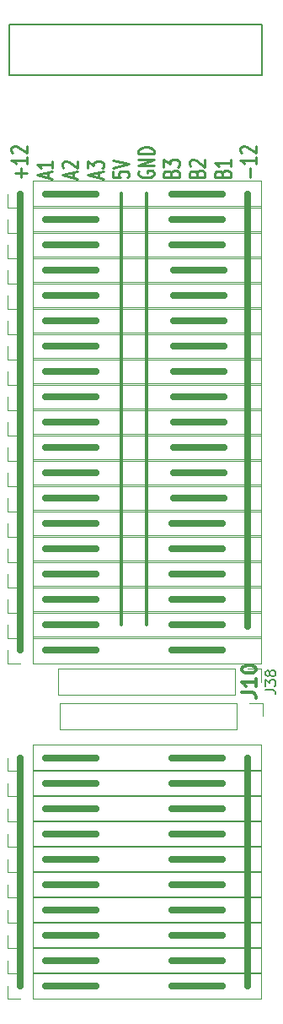
<source format=gto>
%TF.GenerationSoftware,KiCad,Pcbnew,(6.0.1)*%
%TF.CreationDate,2022-10-19T17:29:48-04:00*%
%TF.ProjectId,ER-PROTO-DB-01,45522d50-524f-4544-9f2d-44422d30312e,1*%
%TF.SameCoordinates,Original*%
%TF.FileFunction,Legend,Top*%
%TF.FilePolarity,Positive*%
%FSLAX46Y46*%
G04 Gerber Fmt 4.6, Leading zero omitted, Abs format (unit mm)*
G04 Created by KiCad (PCBNEW (6.0.1)) date 2022-10-19 17:29:48*
%MOMM*%
%LPD*%
G01*
G04 APERTURE LIST*
%ADD10C,0.150000*%
%ADD11C,0.635000*%
%ADD12C,0.304800*%
%ADD13C,0.285750*%
%ADD14C,0.349250*%
%ADD15C,0.120000*%
G04 APERTURE END LIST*
D10*
X99822000Y-9652000D02*
X125222000Y-9652000D01*
X125222000Y-9652000D02*
X125222000Y-14732000D01*
X125222000Y-14732000D02*
X99822000Y-14732000D01*
X99822000Y-14732000D02*
X99822000Y-9652000D01*
D11*
X123825000Y-83185000D02*
X123825000Y-106045000D01*
X100965000Y-83185000D02*
X100965000Y-106045000D01*
X116205000Y-83185000D02*
X121285000Y-83185000D01*
X116205000Y-85725000D02*
X121285000Y-85725000D01*
X116205000Y-88265000D02*
X121285000Y-88265000D01*
X116205000Y-90805000D02*
X121285000Y-90805000D01*
X116205000Y-93345000D02*
X121285000Y-93345000D01*
X116205000Y-95885000D02*
X121285000Y-95885000D01*
X116205000Y-98425000D02*
X121285000Y-98425000D01*
X116205000Y-100965000D02*
X121285000Y-100965000D01*
X116205000Y-103505000D02*
X121285000Y-103505000D01*
X116205000Y-106045000D02*
X121285000Y-106045000D01*
X103505000Y-106045000D02*
X108585000Y-106045000D01*
X103505000Y-103505000D02*
X108585000Y-103505000D01*
X103505000Y-100965000D02*
X108585000Y-100965000D01*
X103505000Y-98425000D02*
X108585000Y-98425000D01*
X103505000Y-95885000D02*
X108585000Y-95885000D01*
X103505000Y-93345000D02*
X108585000Y-93345000D01*
X103505000Y-90805000D02*
X108585000Y-90805000D01*
X103505000Y-88265000D02*
X108585000Y-88265000D01*
X103505000Y-85725000D02*
X108585000Y-85725000D01*
X103505000Y-83185000D02*
X108585000Y-83185000D01*
X103505000Y-72390000D02*
X108585000Y-72390000D01*
X103505000Y-69850000D02*
X108585000Y-69850000D01*
X103505000Y-67310000D02*
X108585000Y-67310000D01*
X103505000Y-64770000D02*
X108585000Y-64770000D01*
X103505000Y-62230000D02*
X108585000Y-62230000D01*
X103505000Y-59690000D02*
X108585000Y-59690000D01*
X103505000Y-57150000D02*
X108585000Y-57150000D01*
X103505000Y-54610000D02*
X108585000Y-54610000D01*
X103505000Y-52070000D02*
X108585000Y-52070000D01*
X103505000Y-49530000D02*
X108585000Y-49530000D01*
X103505000Y-46990000D02*
X108585000Y-46990000D01*
X103505000Y-44450000D02*
X108585000Y-44450000D01*
X103505000Y-41910000D02*
X108585000Y-41910000D01*
X103505000Y-39370000D02*
X108585000Y-39370000D01*
X103505000Y-36830000D02*
X108585000Y-36830000D01*
X103505000Y-34290000D02*
X108585000Y-34290000D01*
X103505000Y-31750000D02*
X108585000Y-31750000D01*
X103505000Y-29210000D02*
X108585000Y-29210000D01*
X116205000Y-72390000D02*
X121285000Y-72390000D01*
X116205000Y-69850000D02*
X121285000Y-69850000D01*
X116205000Y-67310000D02*
X121285000Y-67310000D01*
X116205000Y-64770000D02*
X121285000Y-64770000D01*
X116205000Y-62230000D02*
X121285000Y-62230000D01*
X116205000Y-59690000D02*
X121285000Y-59690000D01*
X116332000Y-57150000D02*
X121412000Y-57150000D01*
X116332000Y-54610000D02*
X121412000Y-54610000D01*
X116332000Y-52070000D02*
X121412000Y-52070000D01*
X116332000Y-49530000D02*
X121412000Y-49530000D01*
X116332000Y-46990000D02*
X121412000Y-46990000D01*
X116332000Y-44450000D02*
X121412000Y-44450000D01*
X116332000Y-41910000D02*
X121412000Y-41910000D01*
X116332000Y-39370000D02*
X121412000Y-39370000D01*
X116332000Y-36830000D02*
X121412000Y-36830000D01*
X116332000Y-34290000D02*
X121412000Y-34290000D01*
X116205000Y-31750000D02*
X121285000Y-31750000D01*
X116205000Y-29210000D02*
X121285000Y-29210000D01*
X116205000Y-26670000D02*
X121285000Y-26670000D01*
X103505000Y-26670000D02*
X108585000Y-26670000D01*
X123825000Y-26670000D02*
X123825000Y-69977000D01*
X100965000Y-26670000D02*
X100970000Y-72390000D01*
D12*
X113665000Y-26543000D02*
X113665000Y-69850000D01*
X111125000Y-26543000D02*
X111125000Y-69850000D01*
D13*
X101006955Y-24942119D02*
X101006955Y-24071262D01*
X101611717Y-24506691D02*
X100402193Y-24506691D01*
X101611717Y-22928262D02*
X101611717Y-23581405D01*
X101611717Y-23254833D02*
X100024217Y-23254833D01*
X100251003Y-23363691D01*
X100402193Y-23472548D01*
X100477789Y-23581405D01*
X100175408Y-22492833D02*
X100099813Y-22438405D01*
X100024217Y-22329548D01*
X100024217Y-22057405D01*
X100099813Y-21948548D01*
X100175408Y-21894119D01*
X100326598Y-21839691D01*
X100477789Y-21839691D01*
X100704574Y-21894119D01*
X101611717Y-22547262D01*
X101611717Y-21839691D01*
X103714021Y-24996548D02*
X103714021Y-24452262D01*
X104167592Y-25105405D02*
X102580092Y-24724405D01*
X104167592Y-24343405D01*
X104167592Y-23363691D02*
X104167592Y-24016833D01*
X104167592Y-23690262D02*
X102580092Y-23690262D01*
X102806878Y-23799119D01*
X102958068Y-23907976D01*
X103033664Y-24016833D01*
X106269896Y-24996548D02*
X106269896Y-24452262D01*
X106723467Y-25105405D02*
X105135967Y-24724405D01*
X106723467Y-24343405D01*
X105287158Y-24016833D02*
X105211563Y-23962405D01*
X105135967Y-23853548D01*
X105135967Y-23581405D01*
X105211563Y-23472548D01*
X105287158Y-23418119D01*
X105438348Y-23363691D01*
X105589539Y-23363691D01*
X105816324Y-23418119D01*
X106723467Y-24071262D01*
X106723467Y-23363691D01*
X108825771Y-24996548D02*
X108825771Y-24452262D01*
X109279342Y-25105405D02*
X107691842Y-24724405D01*
X109279342Y-24343405D01*
X107691842Y-24071262D02*
X107691842Y-23363691D01*
X108296604Y-23744691D01*
X108296604Y-23581405D01*
X108372199Y-23472548D01*
X108447795Y-23418119D01*
X108598985Y-23363691D01*
X108976961Y-23363691D01*
X109128152Y-23418119D01*
X109203747Y-23472548D01*
X109279342Y-23581405D01*
X109279342Y-23907976D01*
X109203747Y-24016833D01*
X109128152Y-24071262D01*
X110247717Y-24397833D02*
X110247717Y-24942119D01*
X111003670Y-24996548D01*
X110928074Y-24942119D01*
X110852479Y-24833262D01*
X110852479Y-24561119D01*
X110928074Y-24452262D01*
X111003670Y-24397833D01*
X111154860Y-24343405D01*
X111532836Y-24343405D01*
X111684027Y-24397833D01*
X111759622Y-24452262D01*
X111835217Y-24561119D01*
X111835217Y-24833262D01*
X111759622Y-24942119D01*
X111684027Y-24996548D01*
X110247717Y-24016833D02*
X111835217Y-23635833D01*
X110247717Y-23254833D01*
X112879188Y-24343405D02*
X112803592Y-24452262D01*
X112803592Y-24615548D01*
X112879188Y-24778833D01*
X113030378Y-24887691D01*
X113181568Y-24942119D01*
X113483949Y-24996548D01*
X113710735Y-24996548D01*
X114013116Y-24942119D01*
X114164307Y-24887691D01*
X114315497Y-24778833D01*
X114391092Y-24615548D01*
X114391092Y-24506691D01*
X114315497Y-24343405D01*
X114239902Y-24288976D01*
X113710735Y-24288976D01*
X113710735Y-24506691D01*
X114391092Y-23799119D02*
X112803592Y-23799119D01*
X114391092Y-23145976D01*
X112803592Y-23145976D01*
X114391092Y-22601691D02*
X112803592Y-22601691D01*
X112803592Y-22329548D01*
X112879188Y-22166262D01*
X113030378Y-22057405D01*
X113181568Y-22002976D01*
X113483949Y-21948548D01*
X113710735Y-21948548D01*
X114013116Y-22002976D01*
X114164307Y-22057405D01*
X114315497Y-22166262D01*
X114391092Y-22329548D01*
X114391092Y-22601691D01*
X116115420Y-24561119D02*
X116191015Y-24397833D01*
X116266610Y-24343405D01*
X116417801Y-24288976D01*
X116644586Y-24288976D01*
X116795777Y-24343405D01*
X116871372Y-24397833D01*
X116946967Y-24506691D01*
X116946967Y-24942119D01*
X115359467Y-24942119D01*
X115359467Y-24561119D01*
X115435063Y-24452262D01*
X115510658Y-24397833D01*
X115661848Y-24343405D01*
X115813039Y-24343405D01*
X115964229Y-24397833D01*
X116039824Y-24452262D01*
X116115420Y-24561119D01*
X116115420Y-24942119D01*
X115359467Y-23907976D02*
X115359467Y-23200405D01*
X115964229Y-23581405D01*
X115964229Y-23418119D01*
X116039824Y-23309262D01*
X116115420Y-23254833D01*
X116266610Y-23200405D01*
X116644586Y-23200405D01*
X116795777Y-23254833D01*
X116871372Y-23309262D01*
X116946967Y-23418119D01*
X116946967Y-23744691D01*
X116871372Y-23853548D01*
X116795777Y-23907976D01*
X118671295Y-24561119D02*
X118746890Y-24397833D01*
X118822485Y-24343405D01*
X118973676Y-24288976D01*
X119200461Y-24288976D01*
X119351652Y-24343405D01*
X119427247Y-24397833D01*
X119502842Y-24506691D01*
X119502842Y-24942119D01*
X117915342Y-24942119D01*
X117915342Y-24561119D01*
X117990938Y-24452262D01*
X118066533Y-24397833D01*
X118217723Y-24343405D01*
X118368914Y-24343405D01*
X118520104Y-24397833D01*
X118595699Y-24452262D01*
X118671295Y-24561119D01*
X118671295Y-24942119D01*
X118066533Y-23853548D02*
X117990938Y-23799119D01*
X117915342Y-23690262D01*
X117915342Y-23418119D01*
X117990938Y-23309262D01*
X118066533Y-23254833D01*
X118217723Y-23200405D01*
X118368914Y-23200405D01*
X118595699Y-23254833D01*
X119502842Y-23907976D01*
X119502842Y-23200405D01*
X121227170Y-24561119D02*
X121302765Y-24397833D01*
X121378360Y-24343405D01*
X121529551Y-24288976D01*
X121756336Y-24288976D01*
X121907527Y-24343405D01*
X121983122Y-24397833D01*
X122058717Y-24506691D01*
X122058717Y-24942119D01*
X120471217Y-24942119D01*
X120471217Y-24561119D01*
X120546813Y-24452262D01*
X120622408Y-24397833D01*
X120773598Y-24343405D01*
X120924789Y-24343405D01*
X121075979Y-24397833D01*
X121151574Y-24452262D01*
X121227170Y-24561119D01*
X121227170Y-24942119D01*
X122058717Y-23200405D02*
X122058717Y-23853548D01*
X122058717Y-23526976D02*
X120471217Y-23526976D01*
X120698003Y-23635833D01*
X120849193Y-23744691D01*
X120924789Y-23853548D01*
X124009830Y-24942119D02*
X124009830Y-24071262D01*
X124614592Y-22928262D02*
X124614592Y-23581405D01*
X124614592Y-23254833D02*
X123027092Y-23254833D01*
X123253878Y-23363691D01*
X123405068Y-23472548D01*
X123480664Y-23581405D01*
X123178283Y-22492833D02*
X123102688Y-22438405D01*
X123027092Y-22329548D01*
X123027092Y-22057405D01*
X123102688Y-21948548D01*
X123178283Y-21894119D01*
X123329473Y-21839691D01*
X123480664Y-21839691D01*
X123707449Y-21894119D01*
X124614592Y-22547262D01*
X124614592Y-21839691D01*
D10*
%TO.C,J38*%
X125592380Y-76374523D02*
X126306666Y-76374523D01*
X126449523Y-76422142D01*
X126544761Y-76517380D01*
X126592380Y-76660238D01*
X126592380Y-76755476D01*
X125592380Y-75993571D02*
X125592380Y-75374523D01*
X125973333Y-75707857D01*
X125973333Y-75565000D01*
X126020952Y-75469761D01*
X126068571Y-75422142D01*
X126163809Y-75374523D01*
X126401904Y-75374523D01*
X126497142Y-75422142D01*
X126544761Y-75469761D01*
X126592380Y-75565000D01*
X126592380Y-75850714D01*
X126544761Y-75945952D01*
X126497142Y-75993571D01*
X126020952Y-74803095D02*
X125973333Y-74898333D01*
X125925714Y-74945952D01*
X125830476Y-74993571D01*
X125782857Y-74993571D01*
X125687619Y-74945952D01*
X125640000Y-74898333D01*
X125592380Y-74803095D01*
X125592380Y-74612619D01*
X125640000Y-74517380D01*
X125687619Y-74469761D01*
X125782857Y-74422142D01*
X125830476Y-74422142D01*
X125925714Y-74469761D01*
X125973333Y-74517380D01*
X126020952Y-74612619D01*
X126020952Y-74803095D01*
X126068571Y-74898333D01*
X126116190Y-74945952D01*
X126211428Y-74993571D01*
X126401904Y-74993571D01*
X126497142Y-74945952D01*
X126544761Y-74898333D01*
X126592380Y-74803095D01*
X126592380Y-74612619D01*
X126544761Y-74517380D01*
X126497142Y-74469761D01*
X126401904Y-74422142D01*
X126211428Y-74422142D01*
X126116190Y-74469761D01*
X126068571Y-74517380D01*
X126020952Y-74612619D01*
D14*
%TO.C,J10*%
X123234976Y-76630904D02*
X124232833Y-76630904D01*
X124432404Y-76697428D01*
X124565452Y-76830476D01*
X124631976Y-77030047D01*
X124631976Y-77163095D01*
X124631976Y-75233904D02*
X124631976Y-76032190D01*
X124631976Y-75633047D02*
X123234976Y-75633047D01*
X123434547Y-75766095D01*
X123567595Y-75899142D01*
X123634119Y-76032190D01*
X123234976Y-74369095D02*
X123234976Y-74236047D01*
X123301500Y-74103000D01*
X123368023Y-74036476D01*
X123501071Y-73969952D01*
X123767166Y-73903428D01*
X124099785Y-73903428D01*
X124365880Y-73969952D01*
X124498928Y-74036476D01*
X124565452Y-74103000D01*
X124631976Y-74236047D01*
X124631976Y-74369095D01*
X124565452Y-74502142D01*
X124498928Y-74568666D01*
X124365880Y-74635190D01*
X124099785Y-74701714D01*
X123767166Y-74701714D01*
X123501071Y-74635190D01*
X123368023Y-74568666D01*
X123301500Y-74502142D01*
X123234976Y-74369095D01*
D15*
%TO.C,J38*%
X122540000Y-74235000D02*
X122540000Y-76895000D01*
X104700000Y-74235000D02*
X104700000Y-76895000D01*
X122540000Y-74235000D02*
X104700000Y-74235000D01*
X123810000Y-74235000D02*
X125140000Y-74235000D01*
X122540000Y-76895000D02*
X104700000Y-76895000D01*
X125140000Y-74235000D02*
X125140000Y-75565000D01*
%TO.C,J36*%
X125160000Y-33080000D02*
X125160000Y-30420000D01*
X102240000Y-33080000D02*
X102240000Y-30420000D01*
X99640000Y-33080000D02*
X99640000Y-31750000D01*
X102240000Y-33080000D02*
X125160000Y-33080000D01*
X102240000Y-30420000D02*
X125160000Y-30420000D01*
X100970000Y-33080000D02*
X99640000Y-33080000D01*
%TO.C,J35*%
X125160000Y-35620000D02*
X125160000Y-32960000D01*
X102240000Y-35620000D02*
X102240000Y-32960000D01*
X99640000Y-35620000D02*
X99640000Y-34290000D01*
X102240000Y-35620000D02*
X125160000Y-35620000D01*
X102240000Y-32960000D02*
X125160000Y-32960000D01*
X100970000Y-35620000D02*
X99640000Y-35620000D01*
%TO.C,J34*%
X125155000Y-28000000D02*
X125155000Y-25340000D01*
X102235000Y-28000000D02*
X102235000Y-25340000D01*
X99635000Y-28000000D02*
X99635000Y-26670000D01*
X102235000Y-28000000D02*
X125155000Y-28000000D01*
X102235000Y-25340000D02*
X125155000Y-25340000D01*
X100965000Y-28000000D02*
X99635000Y-28000000D01*
%TO.C,J33*%
X125160000Y-30540000D02*
X125160000Y-27880000D01*
X102240000Y-30540000D02*
X102240000Y-27880000D01*
X99640000Y-30540000D02*
X99640000Y-29210000D01*
X102240000Y-30540000D02*
X125160000Y-30540000D01*
X102240000Y-27880000D02*
X125160000Y-27880000D01*
X100970000Y-30540000D02*
X99640000Y-30540000D01*
%TO.C,J32*%
X125160000Y-38160000D02*
X125160000Y-35500000D01*
X102240000Y-38160000D02*
X102240000Y-35500000D01*
X99640000Y-38160000D02*
X99640000Y-36830000D01*
X102240000Y-38160000D02*
X125160000Y-38160000D01*
X102240000Y-35500000D02*
X125160000Y-35500000D01*
X100970000Y-38160000D02*
X99640000Y-38160000D01*
%TO.C,J31*%
X125160000Y-48320000D02*
X125160000Y-45660000D01*
X102240000Y-48320000D02*
X102240000Y-45660000D01*
X99640000Y-48320000D02*
X99640000Y-46990000D01*
X102240000Y-48320000D02*
X125160000Y-48320000D01*
X102240000Y-45660000D02*
X125160000Y-45660000D01*
X100970000Y-48320000D02*
X99640000Y-48320000D01*
%TO.C,J30*%
X125155000Y-61020000D02*
X125155000Y-58360000D01*
X102235000Y-61020000D02*
X102235000Y-58360000D01*
X99635000Y-61020000D02*
X99635000Y-59690000D01*
X102235000Y-61020000D02*
X125155000Y-61020000D01*
X102235000Y-58360000D02*
X125155000Y-58360000D01*
X100965000Y-61020000D02*
X99635000Y-61020000D01*
%TO.C,J29*%
X125155000Y-94675000D02*
X125155000Y-92015000D01*
X102235000Y-94675000D02*
X102235000Y-92015000D01*
X99635000Y-94675000D02*
X99635000Y-93345000D01*
X102235000Y-94675000D02*
X125155000Y-94675000D01*
X102235000Y-92015000D02*
X125155000Y-92015000D01*
X100965000Y-94675000D02*
X99635000Y-94675000D01*
%TO.C,J28*%
X125155000Y-99755000D02*
X125155000Y-97095000D01*
X102235000Y-99755000D02*
X102235000Y-97095000D01*
X99635000Y-99755000D02*
X99635000Y-98425000D01*
X102235000Y-99755000D02*
X125155000Y-99755000D01*
X102235000Y-97095000D02*
X125155000Y-97095000D01*
X100965000Y-99755000D02*
X99635000Y-99755000D01*
%TO.C,J27*%
X125160000Y-53400000D02*
X125160000Y-50740000D01*
X102240000Y-53400000D02*
X102240000Y-50740000D01*
X99640000Y-53400000D02*
X99640000Y-52070000D01*
X102240000Y-53400000D02*
X125160000Y-53400000D01*
X102240000Y-50740000D02*
X125160000Y-50740000D01*
X100970000Y-53400000D02*
X99640000Y-53400000D01*
%TO.C,J26*%
X125155000Y-45780000D02*
X125155000Y-43120000D01*
X102235000Y-45780000D02*
X102235000Y-43120000D01*
X99635000Y-45780000D02*
X99635000Y-44450000D01*
X102235000Y-45780000D02*
X125155000Y-45780000D01*
X102235000Y-43120000D02*
X125155000Y-43120000D01*
X100965000Y-45780000D02*
X99635000Y-45780000D01*
%TO.C,J25*%
X125160000Y-40700000D02*
X125160000Y-38040000D01*
X102240000Y-40700000D02*
X102240000Y-38040000D01*
X99640000Y-40700000D02*
X99640000Y-39370000D01*
X102240000Y-40700000D02*
X125160000Y-40700000D01*
X102240000Y-38040000D02*
X125160000Y-38040000D01*
X100970000Y-40700000D02*
X99640000Y-40700000D01*
%TO.C,J24*%
X125160000Y-73720000D02*
X125160000Y-71060000D01*
X102240000Y-73720000D02*
X102240000Y-71060000D01*
X99640000Y-73720000D02*
X99640000Y-72390000D01*
X102240000Y-73720000D02*
X125160000Y-73720000D01*
X102240000Y-71060000D02*
X125160000Y-71060000D01*
X100970000Y-73720000D02*
X99640000Y-73720000D01*
%TO.C,J23*%
X125160000Y-50860000D02*
X125160000Y-48200000D01*
X102240000Y-50860000D02*
X102240000Y-48200000D01*
X99640000Y-50860000D02*
X99640000Y-49530000D01*
X102240000Y-50860000D02*
X125160000Y-50860000D01*
X102240000Y-48200000D02*
X125160000Y-48200000D01*
X100970000Y-50860000D02*
X99640000Y-50860000D01*
%TO.C,J22*%
X125155000Y-87055000D02*
X125155000Y-84395000D01*
X102235000Y-87055000D02*
X102235000Y-84395000D01*
X99635000Y-87055000D02*
X99635000Y-85725000D01*
X102235000Y-87055000D02*
X125155000Y-87055000D01*
X102235000Y-84395000D02*
X125155000Y-84395000D01*
X100965000Y-87055000D02*
X99635000Y-87055000D01*
%TO.C,J21*%
X125155000Y-102295000D02*
X125155000Y-99635000D01*
X102235000Y-102295000D02*
X102235000Y-99635000D01*
X99635000Y-102295000D02*
X99635000Y-100965000D01*
X102235000Y-102295000D02*
X125155000Y-102295000D01*
X102235000Y-99635000D02*
X125155000Y-99635000D01*
X100965000Y-102295000D02*
X99635000Y-102295000D01*
%TO.C,J20*%
X125155000Y-63560000D02*
X125155000Y-60900000D01*
X102235000Y-63560000D02*
X102235000Y-60900000D01*
X99635000Y-63560000D02*
X99635000Y-62230000D01*
X102235000Y-63560000D02*
X125155000Y-63560000D01*
X102235000Y-60900000D02*
X125155000Y-60900000D01*
X100965000Y-63560000D02*
X99635000Y-63560000D01*
%TO.C,J19*%
X125160000Y-68640000D02*
X125160000Y-65980000D01*
X102240000Y-68640000D02*
X102240000Y-65980000D01*
X99640000Y-68640000D02*
X99640000Y-67310000D01*
X102240000Y-68640000D02*
X125160000Y-68640000D01*
X102240000Y-65980000D02*
X125160000Y-65980000D01*
X100970000Y-68640000D02*
X99640000Y-68640000D01*
%TO.C,J18*%
X125155000Y-58480000D02*
X125155000Y-55820000D01*
X102235000Y-58480000D02*
X102235000Y-55820000D01*
X99635000Y-58480000D02*
X99635000Y-57150000D01*
X102235000Y-58480000D02*
X125155000Y-58480000D01*
X102235000Y-55820000D02*
X125155000Y-55820000D01*
X100965000Y-58480000D02*
X99635000Y-58480000D01*
%TO.C,J17*%
X125160000Y-71180000D02*
X125160000Y-68520000D01*
X102240000Y-71180000D02*
X102240000Y-68520000D01*
X99640000Y-71180000D02*
X99640000Y-69850000D01*
X102240000Y-71180000D02*
X125160000Y-71180000D01*
X102240000Y-68520000D02*
X125160000Y-68520000D01*
X100970000Y-71180000D02*
X99640000Y-71180000D01*
%TO.C,J16*%
X125160000Y-55940000D02*
X125160000Y-53280000D01*
X102240000Y-55940000D02*
X102240000Y-53280000D01*
X99640000Y-55940000D02*
X99640000Y-54610000D01*
X102240000Y-55940000D02*
X125160000Y-55940000D01*
X102240000Y-53280000D02*
X125160000Y-53280000D01*
X100970000Y-55940000D02*
X99640000Y-55940000D01*
%TO.C,J15*%
X125155000Y-89595000D02*
X125155000Y-86935000D01*
X102235000Y-89595000D02*
X102235000Y-86935000D01*
X99635000Y-89595000D02*
X99635000Y-88265000D01*
X102235000Y-89595000D02*
X125155000Y-89595000D01*
X102235000Y-86935000D02*
X125155000Y-86935000D01*
X100965000Y-89595000D02*
X99635000Y-89595000D01*
%TO.C,J14*%
X125160000Y-43240000D02*
X125160000Y-40580000D01*
X102240000Y-43240000D02*
X102240000Y-40580000D01*
X99640000Y-43240000D02*
X99640000Y-41910000D01*
X102240000Y-43240000D02*
X125160000Y-43240000D01*
X102240000Y-40580000D02*
X125160000Y-40580000D01*
X100970000Y-43240000D02*
X99640000Y-43240000D01*
%TO.C,J13*%
X125155000Y-84515000D02*
X125155000Y-81855000D01*
X102235000Y-84515000D02*
X102235000Y-81855000D01*
X99635000Y-84515000D02*
X99635000Y-83185000D01*
X102235000Y-84515000D02*
X125155000Y-84515000D01*
X102235000Y-81855000D02*
X125155000Y-81855000D01*
X100965000Y-84515000D02*
X99635000Y-84515000D01*
%TO.C,J12*%
X125160000Y-66100000D02*
X125160000Y-63440000D01*
X102240000Y-66100000D02*
X102240000Y-63440000D01*
X99640000Y-66100000D02*
X99640000Y-64770000D01*
X102240000Y-66100000D02*
X125160000Y-66100000D01*
X102240000Y-63440000D02*
X125160000Y-63440000D01*
X100970000Y-66100000D02*
X99640000Y-66100000D01*
%TO.C,J11*%
X125155000Y-92135000D02*
X125155000Y-89475000D01*
X102235000Y-92135000D02*
X102235000Y-89475000D01*
X99635000Y-92135000D02*
X99635000Y-90805000D01*
X102235000Y-92135000D02*
X125155000Y-92135000D01*
X102235000Y-89475000D02*
X125155000Y-89475000D01*
X100965000Y-92135000D02*
X99635000Y-92135000D01*
%TO.C,J9*%
X125155000Y-104835000D02*
X125155000Y-102175000D01*
X102235000Y-104835000D02*
X102235000Y-102175000D01*
X99635000Y-104835000D02*
X99635000Y-103505000D01*
X102235000Y-104835000D02*
X125155000Y-104835000D01*
X102235000Y-102175000D02*
X125155000Y-102175000D01*
X100965000Y-104835000D02*
X99635000Y-104835000D01*
%TO.C,J8*%
X125155000Y-97215000D02*
X125155000Y-94555000D01*
X102235000Y-97215000D02*
X102235000Y-94555000D01*
X99635000Y-97215000D02*
X99635000Y-95885000D01*
X102235000Y-97215000D02*
X125155000Y-97215000D01*
X102235000Y-94555000D02*
X125155000Y-94555000D01*
X100965000Y-97215000D02*
X99635000Y-97215000D01*
%TO.C,J7*%
X125155000Y-107375000D02*
X125155000Y-104715000D01*
X102235000Y-107375000D02*
X102235000Y-104715000D01*
X99635000Y-107375000D02*
X99635000Y-106045000D01*
X102235000Y-107375000D02*
X125155000Y-107375000D01*
X102235000Y-104715000D02*
X125155000Y-104715000D01*
X100965000Y-107375000D02*
X99635000Y-107375000D01*
%TO.C,J10*%
X122730000Y-77670000D02*
X122730000Y-80330000D01*
X122730000Y-77670000D02*
X104890000Y-77670000D01*
X122730000Y-80330000D02*
X104890000Y-80330000D01*
X104890000Y-77670000D02*
X104890000Y-80330000D01*
X125330000Y-77670000D02*
X125330000Y-79000000D01*
X124000000Y-77670000D02*
X125330000Y-77670000D01*
%TD*%
M02*

</source>
